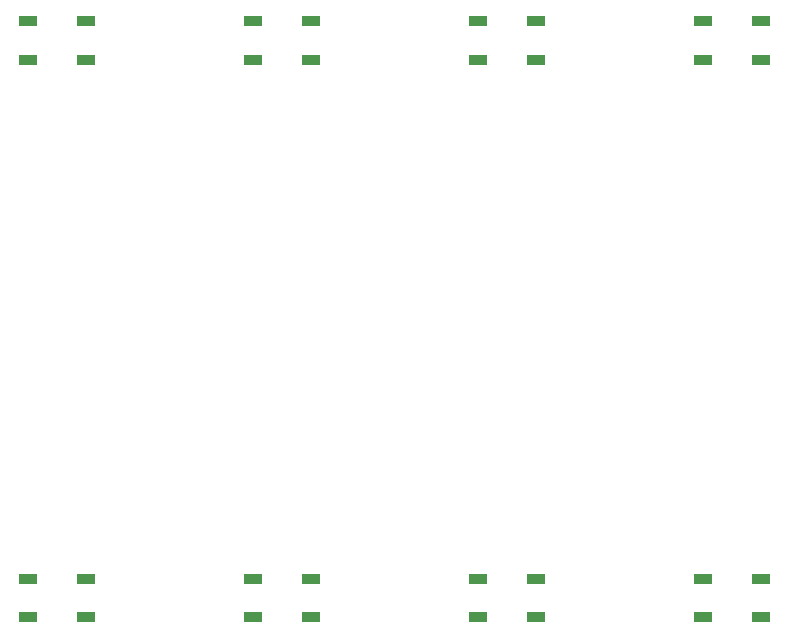
<source format=gbr>
%TF.GenerationSoftware,KiCad,Pcbnew,7.0.2*%
%TF.CreationDate,2023-06-20T02:09:05-06:00*%
%TF.ProjectId,dc31,64633331-2e6b-4696-9361-645f70636258,rev?*%
%TF.SameCoordinates,Original*%
%TF.FileFunction,Paste,Top*%
%TF.FilePolarity,Positive*%
%FSLAX46Y46*%
G04 Gerber Fmt 4.6, Leading zero omitted, Abs format (unit mm)*
G04 Created by KiCad (PCBNEW 7.0.2) date 2023-06-20 02:09:05*
%MOMM*%
%LPD*%
G01*
G04 APERTURE LIST*
%ADD10R,1.500000X0.900000*%
G04 APERTURE END LIST*
D10*
%TO.C,D6*%
X140298000Y-151120000D03*
X140298000Y-154420000D03*
X145198000Y-154420000D03*
X145198000Y-151120000D03*
%TD*%
%TO.C,D1*%
X121248000Y-103888000D03*
X121248000Y-107188000D03*
X126148000Y-107188000D03*
X126148000Y-103888000D03*
%TD*%
%TO.C,D7*%
X159348000Y-151120000D03*
X159348000Y-154420000D03*
X164248000Y-154420000D03*
X164248000Y-151120000D03*
%TD*%
%TO.C,D8*%
X178398000Y-151120000D03*
X178398000Y-154420000D03*
X183298000Y-154420000D03*
X183298000Y-151120000D03*
%TD*%
%TO.C,D3*%
X159348000Y-103888000D03*
X159348000Y-107188000D03*
X164248000Y-107188000D03*
X164248000Y-103888000D03*
%TD*%
%TO.C,D5*%
X121248000Y-151120000D03*
X121248000Y-154420000D03*
X126148000Y-154420000D03*
X126148000Y-151120000D03*
%TD*%
%TO.C,D4*%
X178398000Y-103888000D03*
X178398000Y-107188000D03*
X183298000Y-107188000D03*
X183298000Y-103888000D03*
%TD*%
%TO.C,D2*%
X140298000Y-103888000D03*
X140298000Y-107188000D03*
X145198000Y-107188000D03*
X145198000Y-103888000D03*
%TD*%
M02*

</source>
